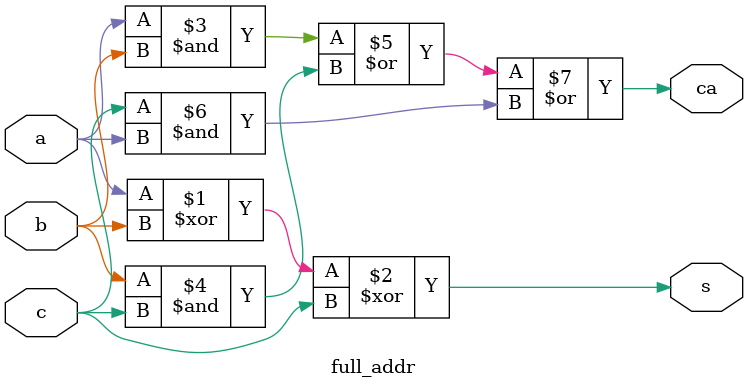
<source format=v>
`timescale 1ns / 1ps

module carry_save_adder(a,b,c,sum,cout,out);
 input[3:0]a,b,c;
 output [4:0] sum;
 output cout;
 output[5:0]out;
 wire [3:0]sum_temp,cout_temp,co;
 full_addr fa1(a[0],b[0],c[0],sum_temp[0],cout_temp[0]);
 full_addr fa2(a[1],b[1],c[1],sum_temp[1],cout_temp[1]);
 full_addr fa3(a[2],b[2],c[2],sum_temp[2],cout_temp[2]);
 full_addr fa4(a[3],b[3],c[3],sum_temp[3],cout_temp[3]);
 full_addr fa5(sum_temp[1],cout_temp[0],1'b0,sum[1],co[0]);
 full_addr fa6(sum_temp[2],cout_temp[1],co[0],sum[2],co[1]);
 full_addr fa7(sum_temp[3],cout_temp[2],co[1],sum[3],co[2]);
 full_addr fa8(1'b0,cout_temp[3],co[2],sum[4],cout);
 assign sum[0]=sum_temp[0];
assign out={cout,sum};
 endmodule


module full_addr(a,b,c,s,ca);
input a,b,c;
output s,ca;
assign s=a^b^c;
assign ca=(a&b)|(b&c)|(c&a);
endmodule

</source>
